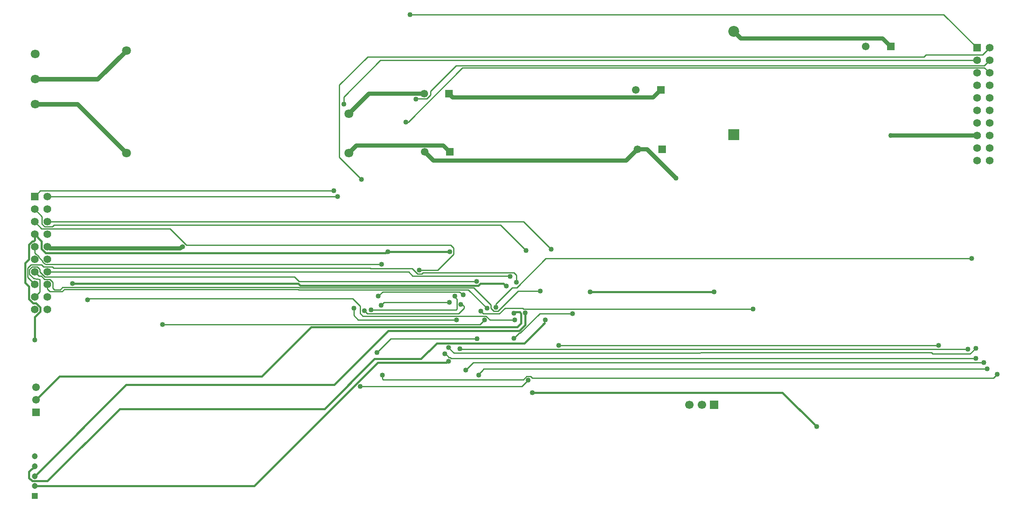
<source format=gbl>
G04*
G04 #@! TF.GenerationSoftware,Altium Limited,Altium Designer,24.8.2 (39)*
G04*
G04 Layer_Physical_Order=2*
G04 Layer_Color=16711680*
%FSLAX44Y44*%
%MOMM*%
G71*
G04*
G04 #@! TF.SameCoordinates,10B77030-9BE5-4BC5-9E5E-3B2CA86DC2A3*
G04*
G04*
G04 #@! TF.FilePolarity,Positive*
G04*
G01*
G75*
%ADD44C,1.8034*%
%ADD45R,1.5700X1.5700*%
%ADD46C,1.5700*%
%ADD47C,1.5500*%
%ADD48R,1.5500X1.5500*%
%ADD49C,1.2000*%
%ADD50R,1.2000X1.2000*%
%ADD51R,1.5500X1.5500*%
%ADD52C,2.2000*%
%ADD53R,2.2000X2.2000*%
%ADD57C,0.3810*%
%ADD60C,0.2540*%
%ADD61C,0.8128*%
%ADD62R,1.7000X1.7000*%
%ADD63C,1.7000*%
%ADD64C,1.0160*%
%ADD65C,0.8890*%
D44*
X297180Y1578610D02*
D03*
Y1786610D02*
D03*
X747180Y1658610D02*
D03*
Y1578610D02*
D03*
X113030Y1779270D02*
D03*
Y1728470D02*
D03*
Y1677670D02*
D03*
D45*
X111760Y1490980D02*
D03*
X2016760Y1791970D02*
D03*
D46*
X111760Y1465580D02*
D03*
Y1440180D02*
D03*
Y1414780D02*
D03*
Y1389380D02*
D03*
Y1363980D02*
D03*
Y1338580D02*
D03*
Y1313180D02*
D03*
Y1287780D02*
D03*
Y1262380D02*
D03*
X137160Y1490980D02*
D03*
Y1465580D02*
D03*
Y1440180D02*
D03*
Y1414780D02*
D03*
Y1389380D02*
D03*
Y1363980D02*
D03*
Y1338580D02*
D03*
Y1313180D02*
D03*
Y1287780D02*
D03*
Y1262380D02*
D03*
X2042160Y1563370D02*
D03*
Y1588770D02*
D03*
Y1614170D02*
D03*
Y1639570D02*
D03*
Y1664970D02*
D03*
Y1690370D02*
D03*
Y1715770D02*
D03*
Y1741170D02*
D03*
Y1766570D02*
D03*
Y1791970D02*
D03*
X2016760Y1563370D02*
D03*
Y1588770D02*
D03*
Y1614170D02*
D03*
Y1639570D02*
D03*
Y1664970D02*
D03*
Y1690370D02*
D03*
Y1715770D02*
D03*
Y1741170D02*
D03*
Y1766570D02*
D03*
D47*
X899560Y1699260D02*
D03*
X114300Y1104900D02*
D03*
Y1079500D02*
D03*
X900830Y1581150D02*
D03*
X1792370Y1794510D02*
D03*
X1330490Y1586230D02*
D03*
X1327550Y1706880D02*
D03*
D48*
X949560Y1699260D02*
D03*
X950830Y1581150D02*
D03*
X1842370Y1794510D02*
D03*
X1380490Y1586230D02*
D03*
X1377550Y1706880D02*
D03*
D49*
X111760Y964880D02*
D03*
Y944880D02*
D03*
Y924880D02*
D03*
Y904880D02*
D03*
D50*
Y884880D02*
D03*
D51*
X114300Y1054100D02*
D03*
D52*
X1525270Y1825550D02*
D03*
D53*
Y1616150D02*
D03*
D57*
X1082488Y1254760D02*
X1084828Y1257100D01*
X1092200D01*
X1080770Y1254760D02*
X1082488D01*
X1092200Y1257100D02*
X1095248Y1254052D01*
X1140397Y1232315D02*
X1142740Y1234658D01*
X1064575Y1309878D02*
X1065410D01*
X1060003Y1314450D02*
X1064575Y1309878D01*
X1012942Y1314450D02*
X1060003D01*
X648653Y1310513D02*
X1009005D01*
X644716Y1314450D02*
X648653Y1310513D01*
X1009005D02*
X1012942Y1314450D01*
X187960D02*
X644716D01*
X111760Y1200150D02*
Y1246788D01*
X111354Y1415186D02*
X126135Y1400405D01*
Y1384813D02*
Y1400405D01*
X134268Y1376680D02*
X821496D01*
X126135Y1384813D02*
X134268Y1376680D01*
X821496D02*
X823782Y1378966D01*
X825500D01*
X109528Y1400405D02*
X111760Y1402637D01*
Y1414780D01*
Y1246788D02*
X122785Y1257813D01*
Y1266947D01*
X114652Y1275080D02*
X122785Y1266947D01*
X108868Y1275080D02*
X114652D01*
X100735Y1393947D02*
X107193Y1400405D01*
X100735Y1363553D02*
Y1393947D01*
X93115Y1316234D02*
Y1355933D01*
X100735Y1283213D02*
Y1308613D01*
X107193Y1400405D02*
X109528D01*
X93115Y1355933D02*
X100735Y1363553D01*
X93115Y1316234D02*
X100735Y1308613D01*
Y1283213D02*
X108868Y1275080D01*
X924560Y1193800D02*
X1102106D01*
X892810Y1162050D02*
X924560Y1193800D01*
X1102106D02*
X1140397Y1232091D01*
X555630Y904880D02*
X805180Y1154430D01*
X947226Y1157478D02*
X948944D01*
X944178Y1154430D02*
X947226Y1157478D01*
X805180Y1154430D02*
X944178D01*
X111760Y904880D02*
X555630D01*
X100330Y933450D02*
X111760Y944880D01*
X100330Y921258D02*
Y933450D01*
Y921258D02*
X106680Y914908D01*
X1091946Y1219200D02*
X1103884Y1231138D01*
X826516Y1219200D02*
X1091946D01*
X717296Y1109980D02*
X826516Y1219200D01*
X1140397Y1232091D02*
Y1232315D01*
X825500Y1378966D02*
X951230D01*
X1118362Y1093978D02*
X1623822D01*
X1692546Y1025254D01*
X106680Y914908D02*
X137414D01*
X283718Y1061212D01*
X697738D01*
X798576Y1162050D01*
X892810D01*
X1234694Y1297940D02*
X1485500D01*
X114300Y1079500D02*
X162052Y1127252D01*
X571246D01*
X670560Y1226566D01*
X1087374D01*
X1095248Y1234440D01*
Y1254052D01*
X1103884Y1231138D02*
Y1255776D01*
X296860Y1109980D02*
X717296D01*
X111760Y924880D02*
X296860Y1109980D01*
D60*
X121805Y1366635D02*
G03*
X114415Y1374025I-10045J-2655D01*
G01*
X127115Y1361325D02*
G03*
X132712Y1354590I10045J2655D01*
G01*
X1142740Y1235492D02*
X1142812Y1235564D01*
Y1239332D02*
X1144270Y1240790D01*
X1142812Y1235564D02*
Y1239332D01*
X1142740Y1234658D02*
Y1235492D01*
X817880Y1276350D02*
X949960D01*
X812292Y1270762D02*
X817880Y1276350D01*
X961390Y1286988D02*
X965200Y1283178D01*
X961390Y1286988D02*
Y1289050D01*
X965200Y1263360D02*
Y1283178D01*
X815340Y1297940D02*
X971078D01*
X806450Y1289050D02*
X815340Y1297940D01*
X971078D02*
X977428Y1291590D01*
X167386Y1298448D02*
X171958Y1303020D01*
X644472D01*
X645233Y1302258D02*
X988822D01*
X1026160Y1264920D01*
X644472Y1303020D02*
X645233Y1302258D01*
X168148Y1306830D02*
X646050D01*
X163576Y1302258D02*
X168148Y1306830D01*
X999744Y1306068D02*
X1033780Y1272032D01*
X646050Y1306830D02*
X646812Y1306068D01*
X999744D01*
X2028190Y1778000D02*
X2042160Y1791970D01*
X1913890Y1778000D02*
X2028190D01*
X784860Y1773682D02*
X1909572D01*
X1913890Y1778000D01*
X727964Y1716786D02*
X784860Y1773682D01*
X727964Y1570228D02*
Y1716786D01*
Y1570228D02*
X772524Y1525668D01*
X220502Y1281430D02*
X223296Y1284224D01*
X218440Y1281430D02*
X220502D01*
X223296Y1284224D02*
X754888D01*
X111760Y1376680D02*
Y1389380D01*
X121805Y1366635D02*
X127115Y1361325D01*
X132712Y1354590D02*
X134874Y1353566D01*
X135823Y1353566D02*
X812800D01*
X111760Y1376680D02*
X114415Y1374025D01*
X134874Y1353566D02*
X135823Y1353566D01*
X953878Y1163320D02*
X2014220D01*
X952100Y1165098D02*
X953878Y1163320D01*
X942558Y1172210D02*
X949670Y1165098D01*
X952100D01*
X998220Y1154430D02*
X2030512D01*
X982980Y1139190D02*
X998220Y1154430D01*
X1019964Y1141730D02*
X2037080D01*
X1018476Y1140242D02*
X1019964Y1141730D01*
X1018476Y1139918D02*
Y1140242D01*
X754888Y1284224D02*
X769620Y1269492D01*
Y1254452D02*
X774900Y1249172D01*
X769620Y1254452D02*
Y1269492D01*
X756920Y1250442D02*
X765810Y1241552D01*
X756920Y1250442D02*
Y1264920D01*
X1080637Y1336802D02*
X1085850Y1331589D01*
Y1316990D02*
Y1331589D01*
X1133284Y1254252D02*
X1198880D01*
X1093787Y1214755D02*
X1133284Y1254252D01*
X1080770Y1203960D02*
X1091565Y1214755D01*
X1093787D01*
X1023982Y1249172D02*
X1032364Y1240790D01*
X1082040D01*
X1043940Y1266190D02*
X1044511Y1266761D01*
Y1273111D01*
X1077756Y1306356D01*
X1040130Y1258570D02*
X1048771D01*
X1089411Y1299210D01*
X1033780Y1264920D02*
X1040130Y1258570D01*
X1013678D02*
X1018758Y1253490D01*
X1051340D02*
X1062741Y1264890D01*
X1013460Y1258570D02*
X1013678D01*
X1018758Y1253490D02*
X1051340D01*
X971550Y1182370D02*
X972312Y1181608D01*
X1998726D01*
X948690Y1184656D02*
X959358Y1173988D01*
X948690Y1184656D02*
Y1184910D01*
X959358Y1173988D02*
X984504D01*
X803910Y1174750D02*
X831850Y1202690D01*
X1005840D01*
X774900Y1249172D02*
X1023982D01*
X778510Y1259840D02*
X784098Y1254252D01*
X969010D01*
X941070Y1172210D02*
X942558D01*
X1089411Y1299210D02*
X1134110D01*
X1009650Y1129030D02*
Y1131092D01*
X1018476Y1139918D01*
X1117895Y1123366D02*
X2049958D01*
X1114518Y1126744D02*
X1117895Y1123366D01*
X1106316Y1126744D02*
X1114518D01*
X815194Y1121899D02*
Y1129176D01*
X815086Y1129284D02*
X815194Y1129176D01*
X2049958Y1123366D02*
X2057908Y1131316D01*
X815194Y1121899D02*
X816682Y1120412D01*
X1099983D01*
X1106316Y1126744D01*
X979678Y1264920D02*
Y1268930D01*
X977526Y1271082D02*
X979678Y1268930D01*
X974278Y1271082D02*
X977526D01*
X972820Y1272540D02*
X974278Y1271082D01*
X792370Y1261872D02*
X963712D01*
X965200Y1263360D01*
X969010Y1254252D02*
X979678Y1264920D01*
X977428Y1291590D02*
X977900D01*
X963930Y1756156D02*
X2031746D01*
X883790Y1688970D02*
X904364D01*
X882650Y1687830D02*
X883790Y1688970D01*
X736600Y1677670D02*
Y1692656D01*
X810514Y1766570D01*
X1100153Y1263396D02*
X1564386D01*
X1098659Y1264890D02*
X1100153Y1263396D01*
X1062741Y1264890D02*
X1098659D01*
X1145373Y1365250D02*
X2006346D01*
X1086479Y1306356D02*
X1145373Y1365250D01*
X1077756Y1306356D02*
X1086479D01*
X1171553Y1189736D02*
X1939036D01*
X765810Y1241552D02*
X964946D01*
X984504Y1173988D02*
X1924798Y1175004D01*
X1927523Y1172279D01*
X2003113D01*
X2014220Y1183386D01*
X889254Y1341882D02*
X926592D01*
X958850Y1374140D01*
Y1386840D01*
X952754Y1392936D02*
X958850Y1386840D01*
X418338Y1392936D02*
X952754D01*
X385294Y1425980D02*
X418338Y1392936D01*
X125960Y1425980D02*
X385294D01*
X111760Y1440180D02*
X125960Y1425980D01*
X1011936Y1232154D02*
X1021080Y1241298D01*
X370586Y1232154D02*
X1011936D01*
X111760Y1465580D02*
X126746Y1450594D01*
Y1435124D02*
Y1450594D01*
Y1435124D02*
X132080Y1429790D01*
X147574D01*
X150852Y1433068D01*
X1053592D01*
X1105154Y1381506D01*
X137160Y1338580D02*
X867918D01*
X876046Y1330452D01*
X1071708D01*
X1073150Y1329010D01*
X97560Y1327380D02*
X111760Y1313180D01*
X97560Y1327380D02*
Y1346200D01*
X104140Y1352780D01*
X125960D01*
X129746Y1348994D01*
X147574D01*
X150368Y1346200D01*
X790194D01*
X791210Y1345184D01*
X875030D01*
X885952Y1334262D01*
X894334D01*
X896874Y1336802D01*
X1080637D01*
X111760Y1287780D02*
X122174Y1298194D01*
Y1323594D01*
X110260Y1324610D02*
X122174Y1323594D01*
X101370Y1333500D02*
X110260Y1324610D01*
X101370Y1333500D02*
Y1343660D01*
X106680Y1348970D01*
X116840D01*
X122150Y1343660D01*
Y1338580D02*
Y1343660D01*
Y1338580D02*
X132540Y1328190D01*
X637262D01*
X646684Y1318768D01*
X1005586D01*
X2031746Y1751584D02*
X2042160Y1741170D01*
X977039Y1751584D02*
X2031746D01*
X867057Y1641602D02*
X977039Y1751584D01*
X862076Y1641602D02*
X867057D01*
X870966Y1859280D02*
X1949450D01*
X2016760Y1791970D01*
X137160Y1440180D02*
X1100328D01*
X1155954Y1384554D01*
X111760Y1338580D02*
X120650Y1329690D01*
X125652D01*
X131748Y1323594D01*
X142240D01*
X148336Y1317498D01*
Y1305560D02*
Y1317498D01*
Y1305560D02*
X151638Y1302258D01*
X163576D01*
X1033780Y1264920D02*
Y1272032D01*
X142240Y1298448D02*
X167386D01*
X137160Y1303528D02*
X142240Y1298448D01*
X137160Y1303528D02*
Y1313180D01*
X1096772Y1106424D02*
X1109472Y1119124D01*
X769620Y1106424D02*
X1096772D01*
X123190Y1502410D02*
X717042D01*
X111760Y1490980D02*
X123190Y1502410D01*
X137160Y1490980D02*
X724662D01*
X904364Y1688970D02*
X912368Y1696974D01*
Y1704594D01*
X963930Y1756156D01*
X2031746D02*
X2042160Y1766570D01*
X810514D02*
X2016760D01*
D61*
X1825860Y1811020D02*
X1842370Y1794510D01*
X1525270Y1825550D02*
X1539800Y1811020D01*
X1825860D01*
X139209Y1389380D02*
X143019Y1385570D01*
X137160Y1389380D02*
X139209D01*
X143019Y1385570D02*
X406358D01*
X410168Y1389380D01*
X410718D01*
X918610Y1563370D02*
X1307630D01*
X900830Y1581150D02*
X918610Y1563370D01*
X1307630D02*
X1330490Y1586230D01*
X1350010D01*
X1408430Y1527810D01*
X762804Y1594234D02*
X937746D01*
X950830Y1581150D01*
X747180Y1578610D02*
X762804Y1594234D01*
X1842370Y1614170D02*
X2016760D01*
X1362056Y1691386D02*
X1377550Y1706880D01*
X957434Y1691386D02*
X1362056D01*
X949560Y1699260D02*
X957434Y1691386D01*
X787830Y1699260D02*
X899560D01*
X747180Y1658610D02*
X787830Y1699260D01*
D62*
X1485500Y1069490D02*
D03*
D63*
X1435500D02*
D03*
X1460500D02*
D03*
D64*
X1080770Y1254760D02*
D03*
X1144270Y1240790D02*
D03*
X949960Y1276350D02*
D03*
X961390Y1289050D02*
D03*
X218440Y1281430D02*
D03*
X111760Y1200150D02*
D03*
X187960Y1314450D02*
D03*
X2014220Y1163320D02*
D03*
X2030730Y1154430D02*
D03*
X2037080Y1141730D02*
D03*
X756920Y1264920D02*
D03*
X792370Y1261872D02*
D03*
X806450Y1289050D02*
D03*
X1085850Y1316990D02*
D03*
X1080770Y1203960D02*
D03*
X1082040Y1240790D02*
D03*
X1043940Y1266190D02*
D03*
X1026160Y1264920D02*
D03*
X971550Y1182370D02*
D03*
X948690Y1184910D02*
D03*
X803910Y1174750D02*
D03*
X778510Y1259840D02*
D03*
X941070Y1172210D02*
D03*
X1134110Y1299210D02*
D03*
X1009650Y1129030D02*
D03*
X982980Y1139190D02*
D03*
X972820Y1272540D02*
D03*
X977900Y1291590D02*
D03*
X1408430Y1527810D02*
D03*
X882650Y1687830D02*
D03*
X736600Y1677670D02*
D03*
X1564386Y1263396D02*
D03*
X1013460Y1258570D02*
D03*
X2006346Y1365250D02*
D03*
X1939036Y1189736D02*
D03*
X1171553D02*
D03*
X1998726Y1181608D02*
D03*
X948944Y1157478D02*
D03*
X1005840Y1202690D02*
D03*
X964946Y1241552D02*
D03*
X1118362Y1093978D02*
D03*
X1692546Y1025254D02*
D03*
X2014220Y1183386D02*
D03*
X889254Y1341882D02*
D03*
X1021080Y1241298D02*
D03*
X370586Y1232154D02*
D03*
X1198880Y1254252D02*
D03*
X1105154Y1381506D02*
D03*
X1073150Y1329010D02*
D03*
X1005586Y1318768D02*
D03*
X815086Y1129284D02*
D03*
X2057908Y1131316D02*
D03*
X862076Y1641602D02*
D03*
X870966Y1859280D02*
D03*
X772524Y1525668D02*
D03*
X1065410Y1309878D02*
D03*
X1155954Y1384554D02*
D03*
X951230Y1378966D02*
D03*
X825500D02*
D03*
X1234694Y1297940D02*
D03*
X1485500D02*
D03*
X1103884Y1255776D02*
D03*
X1109472Y1119124D02*
D03*
X769620Y1106424D02*
D03*
X717042Y1502410D02*
D03*
X724662Y1490980D02*
D03*
X410718Y1389380D02*
D03*
X812292Y1270762D02*
D03*
X1842370Y1614170D02*
D03*
X812800Y1353566D02*
D03*
D65*
X113030Y1677670D02*
X198120D01*
X297180Y1578610D01*
X113030Y1728470D02*
X239040D01*
X297180Y1786610D01*
M02*

</source>
